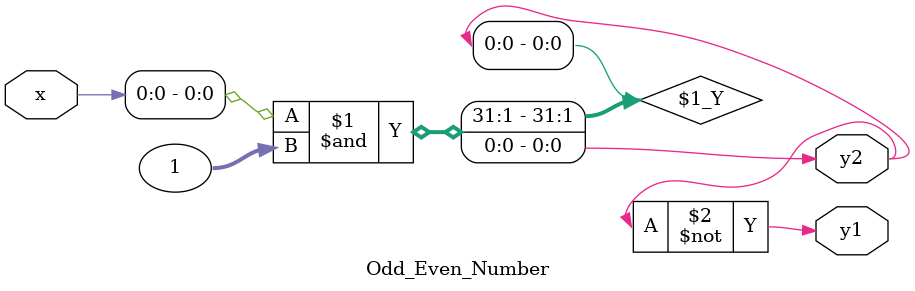
<source format=v>
`timescale 1ns / 1ps

module Odd_Even_Number(x,y1,y2);
    input [3:0] x;
    output y1,y2;
    assign y2=x[0]&1;
    assign y1=~y2;
endmodule

</source>
